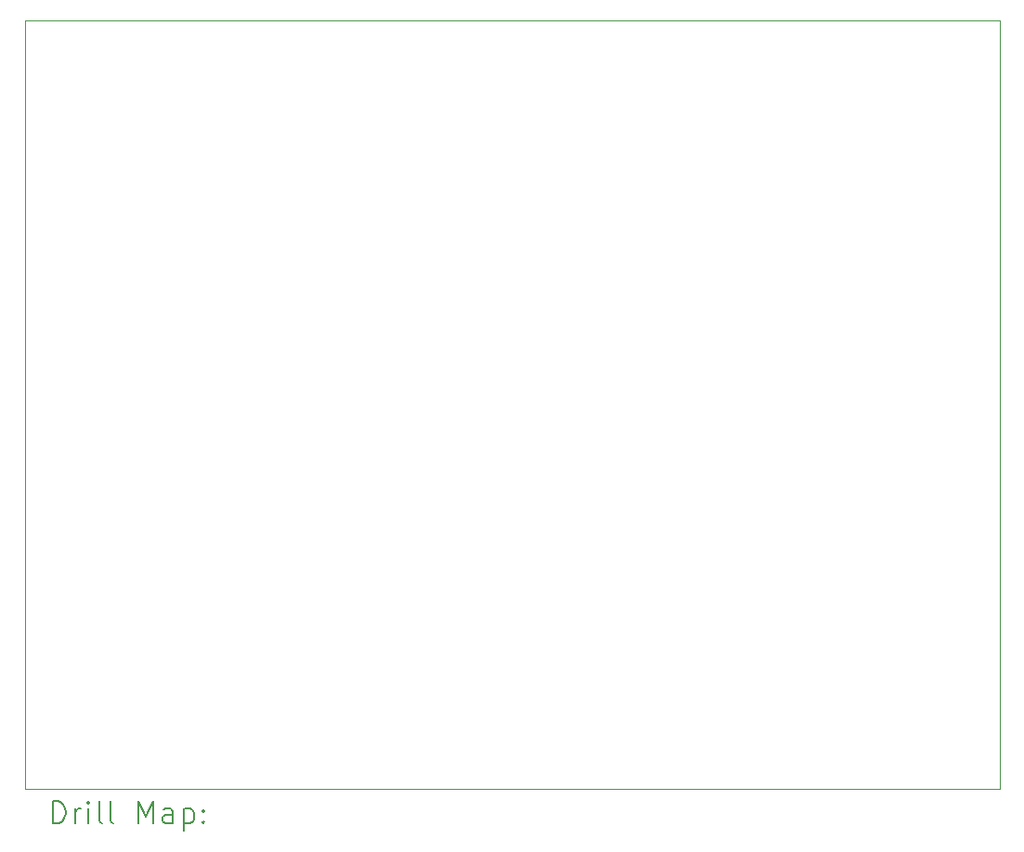
<source format=gbr>
%TF.GenerationSoftware,KiCad,Pcbnew,8.0.0*%
%TF.CreationDate,2025-05-22T18:52:06+02:00*%
%TF.ProjectId,Regul_Temp_L432KC,52656775-6c5f-4546-956d-705f4c343332,rev?*%
%TF.SameCoordinates,Original*%
%TF.FileFunction,Drillmap*%
%TF.FilePolarity,Positive*%
%FSLAX45Y45*%
G04 Gerber Fmt 4.5, Leading zero omitted, Abs format (unit mm)*
G04 Created by KiCad (PCBNEW 8.0.0) date 2025-05-22 18:52:06*
%MOMM*%
%LPD*%
G01*
G04 APERTURE LIST*
%ADD10C,0.050000*%
%ADD11C,0.200000*%
G04 APERTURE END LIST*
D10*
X17780000Y-8488600D02*
X26670000Y-8488600D01*
X26670000Y-15500000D01*
X17780000Y-15500000D01*
X17780000Y-8488600D01*
D11*
X18038277Y-15813984D02*
X18038277Y-15613984D01*
X18038277Y-15613984D02*
X18085896Y-15613984D01*
X18085896Y-15613984D02*
X18114467Y-15623508D01*
X18114467Y-15623508D02*
X18133515Y-15642555D01*
X18133515Y-15642555D02*
X18143039Y-15661603D01*
X18143039Y-15661603D02*
X18152563Y-15699698D01*
X18152563Y-15699698D02*
X18152563Y-15728269D01*
X18152563Y-15728269D02*
X18143039Y-15766365D01*
X18143039Y-15766365D02*
X18133515Y-15785412D01*
X18133515Y-15785412D02*
X18114467Y-15804460D01*
X18114467Y-15804460D02*
X18085896Y-15813984D01*
X18085896Y-15813984D02*
X18038277Y-15813984D01*
X18238277Y-15813984D02*
X18238277Y-15680650D01*
X18238277Y-15718746D02*
X18247801Y-15699698D01*
X18247801Y-15699698D02*
X18257324Y-15690174D01*
X18257324Y-15690174D02*
X18276372Y-15680650D01*
X18276372Y-15680650D02*
X18295420Y-15680650D01*
X18362086Y-15813984D02*
X18362086Y-15680650D01*
X18362086Y-15613984D02*
X18352563Y-15623508D01*
X18352563Y-15623508D02*
X18362086Y-15633031D01*
X18362086Y-15633031D02*
X18371610Y-15623508D01*
X18371610Y-15623508D02*
X18362086Y-15613984D01*
X18362086Y-15613984D02*
X18362086Y-15633031D01*
X18485896Y-15813984D02*
X18466848Y-15804460D01*
X18466848Y-15804460D02*
X18457324Y-15785412D01*
X18457324Y-15785412D02*
X18457324Y-15613984D01*
X18590658Y-15813984D02*
X18571610Y-15804460D01*
X18571610Y-15804460D02*
X18562086Y-15785412D01*
X18562086Y-15785412D02*
X18562086Y-15613984D01*
X18819229Y-15813984D02*
X18819229Y-15613984D01*
X18819229Y-15613984D02*
X18885896Y-15756841D01*
X18885896Y-15756841D02*
X18952563Y-15613984D01*
X18952563Y-15613984D02*
X18952563Y-15813984D01*
X19133515Y-15813984D02*
X19133515Y-15709222D01*
X19133515Y-15709222D02*
X19123991Y-15690174D01*
X19123991Y-15690174D02*
X19104944Y-15680650D01*
X19104944Y-15680650D02*
X19066848Y-15680650D01*
X19066848Y-15680650D02*
X19047801Y-15690174D01*
X19133515Y-15804460D02*
X19114467Y-15813984D01*
X19114467Y-15813984D02*
X19066848Y-15813984D01*
X19066848Y-15813984D02*
X19047801Y-15804460D01*
X19047801Y-15804460D02*
X19038277Y-15785412D01*
X19038277Y-15785412D02*
X19038277Y-15766365D01*
X19038277Y-15766365D02*
X19047801Y-15747317D01*
X19047801Y-15747317D02*
X19066848Y-15737793D01*
X19066848Y-15737793D02*
X19114467Y-15737793D01*
X19114467Y-15737793D02*
X19133515Y-15728269D01*
X19228753Y-15680650D02*
X19228753Y-15880650D01*
X19228753Y-15690174D02*
X19247801Y-15680650D01*
X19247801Y-15680650D02*
X19285896Y-15680650D01*
X19285896Y-15680650D02*
X19304944Y-15690174D01*
X19304944Y-15690174D02*
X19314467Y-15699698D01*
X19314467Y-15699698D02*
X19323991Y-15718746D01*
X19323991Y-15718746D02*
X19323991Y-15775888D01*
X19323991Y-15775888D02*
X19314467Y-15794936D01*
X19314467Y-15794936D02*
X19304944Y-15804460D01*
X19304944Y-15804460D02*
X19285896Y-15813984D01*
X19285896Y-15813984D02*
X19247801Y-15813984D01*
X19247801Y-15813984D02*
X19228753Y-15804460D01*
X19409705Y-15794936D02*
X19419229Y-15804460D01*
X19419229Y-15804460D02*
X19409705Y-15813984D01*
X19409705Y-15813984D02*
X19400182Y-15804460D01*
X19400182Y-15804460D02*
X19409705Y-15794936D01*
X19409705Y-15794936D02*
X19409705Y-15813984D01*
X19409705Y-15690174D02*
X19419229Y-15699698D01*
X19419229Y-15699698D02*
X19409705Y-15709222D01*
X19409705Y-15709222D02*
X19400182Y-15699698D01*
X19400182Y-15699698D02*
X19409705Y-15690174D01*
X19409705Y-15690174D02*
X19409705Y-15709222D01*
M02*

</source>
